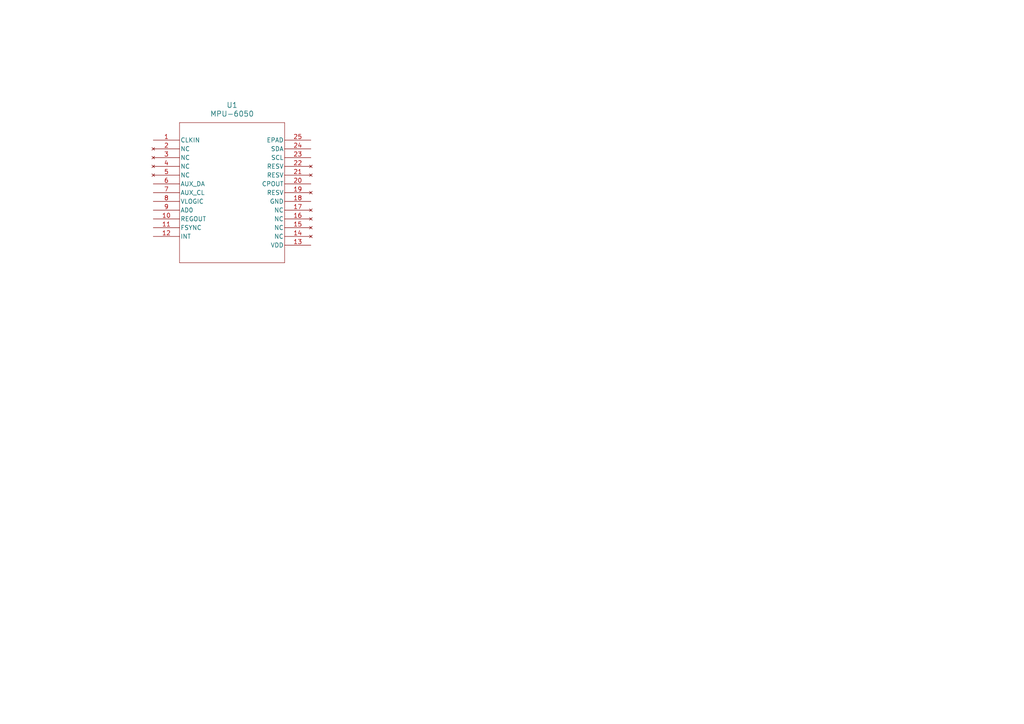
<source format=kicad_sch>
(kicad_sch (version 20250114) (generator "eeschema") (generator_version "9.0")
  (paper "A4")
  (lib_symbols
    (symbol "IMU:MPU-6050" (pin_names (offset 0.254))
      (property "Reference" "U" (at 22.86 10.16 0))
      (property "Value" "MPU-6050" (at 22.86 7.62 0))
      (symbol "MPU-6050_0_1"
        (polyline (pts (xy 7.62 5.08) (xy 7.62 -35.56)) (stroke (width 0.127)))
        (polyline (pts (xy 7.62 -35.56) (xy 38.1 -35.56)) (stroke (width 0.127)))
        (polyline (pts (xy 38.1 5.08) (xy 7.62 5.08)) (stroke (width 0.127)))
        (polyline (pts (xy 38.1 -35.56) (xy 38.1 5.08)) (stroke (width 0.127)))
        (pin input line (at 0 0 0) (length 7.62) (name "CLKIN") (number "1"))
        (pin no_connect line (at 0 -2.54 0) (length 7.62) (name "NC") (number "2"))
        (pin no_connect line (at 0 -5.08 0) (length 7.62) (name "NC") (number "3"))
        (pin no_connect line (at 0 -7.62 0) (length 7.62) (name "NC") (number "4"))
        (pin no_connect line (at 0 -10.16 0) (length 7.62) (name "NC") (number "5"))
        (pin unspecified line (at 0 -12.7 0) (length 7.62) (name "AUX_DA") (number "6"))
        (pin unspecified line (at 0 -15.24 0) (length 7.62) (name "AUX_CL") (number "7"))
        (pin power_in line (at 0 -17.78 0) (length 7.62) (name "VLOGIC") (number "8"))
        (pin bidirectional line (at 0 -20.32 0) (length 7.62) (name "AD0") (number "9"))
        (pin output line (at 0 -22.86 0) (length 7.62) (name "REGOUT") (number "10"))
        (pin unspecified line (at 0 -25.4 0) (length 7.62) (name "FSYNC") (number "11"))
        (pin output line (at 0 -27.94 0) (length 7.62) (name "INT") (number "12"))
        (pin unspecified line (at 45.72 0 180) (length 7.62) (name "EPAD") (number "25"))
        (pin unspecified line (at 45.72 -2.54 180) (length 7.62) (name "SDA") (number "24"))
        (pin unspecified line (at 45.72 -5.08 180) (length 7.62) (name "SCL") (number "23"))
        (pin no_connect line (at 45.72 -7.62 180) (length 7.62) (name "RESV") (number "22"))
        (pin no_connect line (at 45.72 -10.16 180) (length 7.62) (name "RESV") (number "21"))
        (pin output line (at 45.72 -12.7 180) (length 7.62) (name "CPOUT") (number "20"))
        (pin no_connect line (at 45.72 -15.24 180) (length 7.62) (name "RESV") (number "19"))
        (pin power_out line (at 45.72 -17.78 180) (length 7.62) (name "GND") (number "18"))
        (pin no_connect line (at 45.72 -20.32 180) (length 7.62) (name "NC") (number "17"))
        (pin no_connect line (at 45.72 -22.86 180) (length 7.62) (name "NC") (number "16"))
        (pin no_connect line (at 45.72 -25.4 180) (length 7.62) (name "NC") (number "15"))
        (pin no_connect line (at 45.72 -27.94 180) (length 7.62) (name "NC") (number "14"))
        (pin power_in line (at 45.72 -30.48 180) (length 7.62) (name "VDD") (number "13"))
      )
    )
  )
  (symbol (lib_id "IMU:MPU-6050") (at 44.45 40.64 0) (unit 1)
    (property "Reference" "U1" (at 67.31 30.48 0) (effects (font (size 1.524 1.524))))
    (property "Value" "MPU-6050" (at 67.31 33.02 0) (effects (font (size 1.524 1.524))))
    (property "Footprint" "IMU:QFN24_4X4X0P9-0P5_TDK-L" (effects (hide yes)))
    (property "Datasheet" "MPU-6050" (effects (hide yes)))
  )
)
</source>
